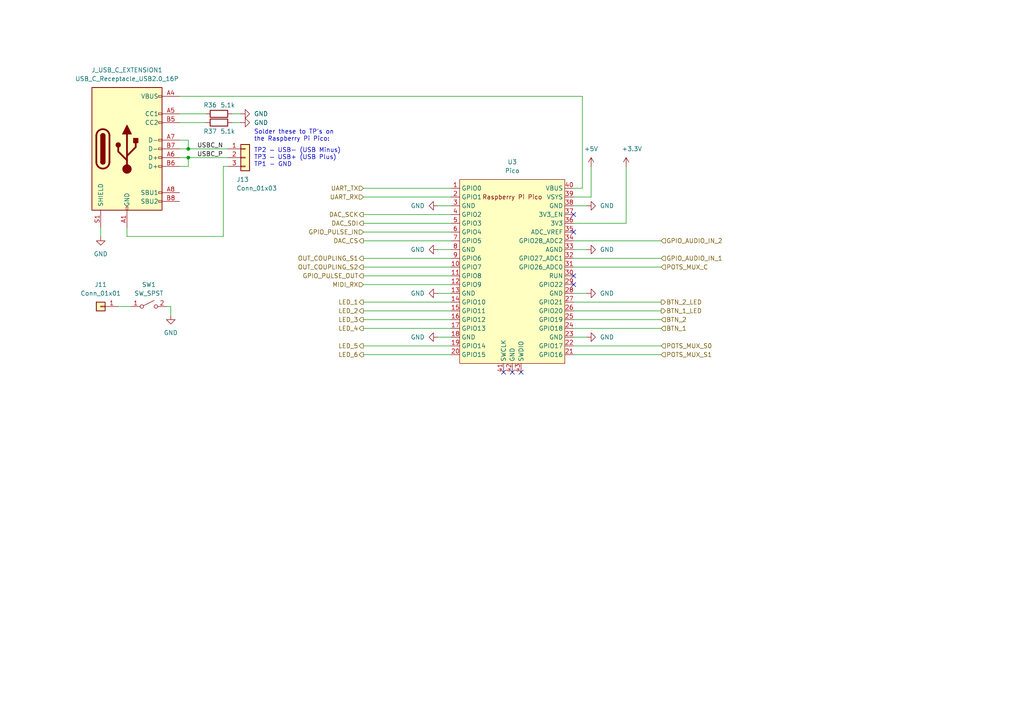
<source format=kicad_sch>
(kicad_sch (version 20250114) (generator "eeschema") (generator_version "9.0")
  (paper "A4")
  (lib_symbols
    (symbol "Connector:USB_C_Receptacle_USB2.0_16P" (pin_names (offset 1.016))
      (property "Reference" "J" (at 0 22.225 0))
      (property "Value" "USB_C_Receptacle_USB2.0_16P" (at 0 19.685 0))
      (symbol "USB_C_Receptacle_USB2.0_16P_0_0"
        (rectangle (start -0.254 -17.78) (end 0.254 -16.764))
        (rectangle (start 10.16 15.494) (end 9.144 14.986))
        (rectangle (start 10.16 10.414) (end 9.144 9.906))
        (rectangle (start 10.16 7.874) (end 9.144 7.366))
        (rectangle (start 10.16 2.794) (end 9.144 2.286))
        (rectangle (start 10.16 0.254) (end 9.144 -0.254))
        (rectangle (start 10.16 -2.286) (end 9.144 -2.794))
        (rectangle (start 10.16 -4.826) (end 9.144 -5.334))
        (rectangle (start 10.16 -12.446) (end 9.144 -12.954))
        (rectangle (start 10.16 -14.986) (end 9.144 -15.494))
      )
      (symbol "USB_C_Receptacle_USB2.0_16P_0_1"
        (rectangle (start -10.16 17.78) (end 10.16 -17.78) (stroke (width 0.254)) (fill (type background)))
        (polyline (pts (xy -8.89 -3.81) (xy -8.89 3.81)) (stroke (width 0.508)))
        (rectangle (start -7.62 -3.81) (end -6.35 3.81) (stroke (width 0.254)) (fill (type outline)))
        (arc (start -7.62 3.81) (mid -6.985 4.4423) (end -6.35 3.81) (stroke (width 0.254)))
        (arc (start -7.62 3.81) (mid -6.985 4.4423) (end -6.35 3.81) (stroke (width 0.254)) (fill (type outline)))
        (arc (start -8.89 3.81) (mid -6.985 5.7067) (end -5.08 3.81) (stroke (width 0.508)))
        (arc (start -5.08 -3.81) (mid -6.985 -5.7067) (end -8.89 -3.81) (stroke (width 0.508)))
        (arc (start -6.35 -3.81) (mid -6.985 -4.4423) (end -7.62 -3.81) (stroke (width 0.254)))
        (arc (start -6.35 -3.81) (mid -6.985 -4.4423) (end -7.62 -3.81) (stroke (width 0.254)) (fill (type outline)))
        (polyline (pts (xy -5.08 3.81) (xy -5.08 -3.81)) (stroke (width 0.508)))
        (circle (center -2.54 1.143) (radius 0.635) (stroke (width 0.254)) (fill (type outline)))
        (polyline (pts (xy -1.27 4.318) (xy 0 6.858) (xy 1.27 4.318) (xy -1.27 4.318)) (stroke (width 0.254)) (fill (type outline)))
        (polyline (pts (xy 0 -2.032) (xy 2.54 0.508) (xy 2.54 1.778)) (stroke (width 0.508)))
        (polyline (pts (xy 0 -3.302) (xy -2.54 -0.762) (xy -2.54 0.508)) (stroke (width 0.508)))
        (polyline (pts (xy 0 -5.842) (xy 0 4.318)) (stroke (width 0.508)))
        (circle (center 0 -5.842) (radius 1.27) (fill (type outline)))
        (rectangle (start 1.905 1.778) (end 3.175 3.048) (stroke (width 0.254)) (fill (type outline)))
      )
      (symbol "USB_C_Receptacle_USB2.0_16P_1_1"
        (pin passive line (at -7.62 -22.86 90) (length 5.08) (name "SHIELD") (number "S1"))
        (pin passive line (at 0 -22.86 90) (length 5.08) (name "GND") (number "A1"))
        (pin passive line (at 0 -22.86 90) (length 5.08) (hide yes) (name "GND") (number "A12"))
        (pin passive line (at 0 -22.86 90) (length 5.08) (hide yes) (name "GND") (number "B1"))
        (pin passive line (at 0 -22.86 90) (length 5.08) (hide yes) (name "GND") (number "B12"))
        (pin passive line (at 15.24 15.24 180) (length 5.08) (name "VBUS") (number "A4"))
        (pin passive line (at 15.24 15.24 180) (length 5.08) (hide yes) (name "VBUS") (number "A9"))
        (pin passive line (at 15.24 15.24 180) (length 5.08) (hide yes) (name "VBUS") (number "B4"))
        (pin passive line (at 15.24 15.24 180) (length 5.08) (hide yes) (name "VBUS") (number "B9"))
        (pin bidirectional line (at 15.24 10.16 180) (length 5.08) (name "CC1") (number "A5"))
        (pin bidirectional line (at 15.24 7.62 180) (length 5.08) (name "CC2") (number "B5"))
        (pin bidirectional line (at 15.24 2.54 180) (length 5.08) (name "D-") (number "A7"))
        (pin bidirectional line (at 15.24 0 180) (length 5.08) (name "D-") (number "B7"))
        (pin bidirectional line (at 15.24 -2.54 180) (length 5.08) (name "D+") (number "A6"))
        (pin bidirectional line (at 15.24 -5.08 180) (length 5.08) (name "D+") (number "B6"))
        (pin bidirectional line (at 15.24 -12.7 180) (length 5.08) (name "SBU1") (number "A8"))
        (pin bidirectional line (at 15.24 -15.24 180) (length 5.08) (name "SBU2") (number "B8"))
      )
    )
    (symbol "Connector_Generic:Conn_01x01" (pin_names (offset 1.016) (hide yes))
      (property "Reference" "J" (at 0 2.54 0))
      (property "Value" "Conn_01x01" (at 0 -2.54 0))
      (symbol "Conn_01x01_1_1"
        (rectangle (start -1.27 1.27) (end 1.27 -1.27) (stroke (width 0.254)) (fill (type background)))
        (rectangle (start -1.27 0.127) (end 0 -0.127) (stroke (width 0.1524)))
        (pin passive line (at -5.08 0 0) (length 3.81) (name "Pin_1") (number "1"))
      )
    )
    (symbol "Connector_Generic:Conn_01x03" (pin_names (offset 1.016) (hide yes))
      (property "Reference" "J" (at 0 5.08 0))
      (property "Value" "Conn_01x03" (at 0 -5.08 0))
      (symbol "Conn_01x03_1_1"
        (rectangle (start -1.27 3.81) (end 1.27 -3.81) (stroke (width 0.254)) (fill (type background)))
        (rectangle (start -1.27 2.667) (end 0 2.413) (stroke (width 0.1524)))
        (rectangle (start -1.27 0.127) (end 0 -0.127) (stroke (width 0.1524)))
        (rectangle (start -1.27 -2.413) (end 0 -2.667) (stroke (width 0.1524)))
        (pin passive line (at -5.08 2.54 0) (length 3.81) (name "Pin_1") (number "1"))
        (pin passive line (at -5.08 0 0) (length 3.81) (name "Pin_2") (number "2"))
        (pin passive line (at -5.08 -2.54 0) (length 3.81) (name "Pin_3") (number "3"))
      )
    )
    (symbol "Device:R" (pin_numbers (hide yes)) (pin_names (offset 0))
      (property "Reference" "R" (at 2.032 0 90))
      (property "Value" "R" (at 0 0 90))
      (symbol "R_0_1"
        (rectangle (start -1.016 -2.54) (end 1.016 2.54) (stroke (width 0.254)))
      )
      (symbol "R_1_1"
        (pin passive line (at 0 3.81 270) (length 1.27) (name "~") (number "1"))
        (pin passive line (at 0 -3.81 90) (length 1.27) (name "~") (number "2"))
      )
    )
    (symbol "MCU_RaspberryPi_and_Boards:Pico"
      (property "Reference" "U" (at -13.97 27.94 0))
      (property "Value" "Pico" (at 0 19.05 0))
      (symbol "Pico_0_0"
        (text "Raspberry Pi Pico" (at 0 21.59 0) (effects (font (size 1.27 1.27))))
      )
      (symbol "Pico_0_1"
        (rectangle (start -15.24 26.67) (end 15.24 -26.67) (fill (type background)))
      )
      (symbol "Pico_1_1"
        (pin bidirectional line (at -17.78 24.13 0) (length 2.54) (name "GPIO0") (number "1"))
        (pin bidirectional line (at -17.78 21.59 0) (length 2.54) (name "GPIO1") (number "2"))
        (pin power_in line (at -17.78 19.05 0) (length 2.54) (name "GND") (number "3"))
        (pin bidirectional line (at -17.78 16.51 0) (length 2.54) (name "GPIO2") (number "4"))
        (pin bidirectional line (at -17.78 13.97 0) (length 2.54) (name "GPIO3") (number "5"))
        (pin bidirectional line (at -17.78 11.43 0) (length 2.54) (name "GPIO4") (number "6"))
        (pin bidirectional line (at -17.78 8.89 0) (length 2.54) (name "GPIO5") (number "7"))
        (pin power_in line (at -17.78 6.35 0) (length 2.54) (name "GND") (number "8"))
        (pin bidirectional line (at -17.78 3.81 0) (length 2.54) (name "GPIO6") (number "9"))
        (pin bidirectional line (at -17.78 1.27 0) (length 2.54) (name "GPIO7") (number "10"))
        (pin bidirectional line (at -17.78 -1.27 0) (length 2.54) (name "GPIO8") (number "11"))
        (pin bidirectional line (at -17.78 -3.81 0) (length 2.54) (name "GPIO9") (number "12"))
        (pin power_in line (at -17.78 -6.35 0) (length 2.54) (name "GND") (number "13"))
        (pin bidirectional line (at -17.78 -8.89 0) (length 2.54) (name "GPIO10") (number "14"))
        (pin bidirectional line (at -17.78 -11.43 0) (length 2.54) (name "GPIO11") (number "15"))
        (pin bidirectional line (at -17.78 -13.97 0) (length 2.54) (name "GPIO12") (number "16"))
        (pin bidirectional line (at -17.78 -16.51 0) (length 2.54) (name "GPIO13") (number "17"))
        (pin power_in line (at -17.78 -19.05 0) (length 2.54) (name "GND") (number "18"))
        (pin bidirectional line (at -17.78 -21.59 0) (length 2.54) (name "GPIO14") (number "19"))
        (pin bidirectional line (at -17.78 -24.13 0) (length 2.54) (name "GPIO15") (number "20"))
        (pin input line (at -2.54 -29.21 90) (length 2.54) (name "SWCLK") (number "41"))
        (pin power_in line (at 0 -29.21 90) (length 2.54) (name "GND") (number "42"))
        (pin bidirectional line (at 2.54 -29.21 90) (length 2.54) (name "SWDIO") (number "43"))
        (pin power_in line (at 17.78 24.13 180) (length 2.54) (name "VBUS") (number "40"))
        (pin power_in line (at 17.78 21.59 180) (length 2.54) (name "VSYS") (number "39"))
        (pin bidirectional line (at 17.78 19.05 180) (length 2.54) (name "GND") (number "38"))
        (pin input line (at 17.78 16.51 180) (length 2.54) (name "3V3_EN") (number "37"))
        (pin power_in line (at 17.78 13.97 180) (length 2.54) (name "3V3") (number "36"))
        (pin power_in line (at 17.78 11.43 180) (length 2.54) (name "ADC_VREF") (number "35"))
        (pin bidirectional line (at 17.78 8.89 180) (length 2.54) (name "GPIO28_ADC2") (number "34"))
        (pin power_in line (at 17.78 6.35 180) (length 2.54) (name "AGND") (number "33"))
        (pin bidirectional line (at 17.78 3.81 180) (length 2.54) (name "GPIO27_ADC1") (number "32"))
        (pin bidirectional line (at 17.78 1.27 180) (length 2.54) (name "GPIO26_ADC0") (number "31"))
        (pin input line (at 17.78 -1.27 180) (length 2.54) (name "RUN") (number "30"))
        (pin bidirectional line (at 17.78 -3.81 180) (length 2.54) (name "GPIO22") (number "29"))
        (pin power_in line (at 17.78 -6.35 180) (length 2.54) (name "GND") (number "28"))
        (pin bidirectional line (at 17.78 -8.89 180) (length 2.54) (name "GPIO21") (number "27"))
        (pin bidirectional line (at 17.78 -11.43 180) (length 2.54) (name "GPIO20") (number "26"))
        (pin bidirectional line (at 17.78 -13.97 180) (length 2.54) (name "GPIO19") (number "25"))
        (pin bidirectional line (at 17.78 -16.51 180) (length 2.54) (name "GPIO18") (number "24"))
        (pin power_in line (at 17.78 -19.05 180) (length 2.54) (name "GND") (number "23"))
        (pin bidirectional line (at 17.78 -21.59 180) (length 2.54) (name "GPIO17") (number "22"))
        (pin bidirectional line (at 17.78 -24.13 180) (length 2.54) (name "GPIO16") (number "21"))
      )
    )
    (symbol "Switch:SW_SPST" (pin_names (offset 0) (hide yes))
      (property "Reference" "SW" (at 0 3.175 0))
      (property "Value" "SW_SPST" (at 0 -2.54 0))
      (symbol "SW_SPST_0_0"
        (circle (center -2.032 0) (radius 0.508))
        (polyline (pts (xy -1.524 0.254) (xy 1.524 1.778)))
        (circle (center 2.032 0) (radius 0.508))
      )
      (symbol "SW_SPST_1_1"
        (pin passive line (at -5.08 0 0) (length 2.54) (name "A") (number "1"))
        (pin passive line (at 5.08 0 180) (length 2.54) (name "B") (number "2"))
      )
    )
    (symbol "power:+3.3V" (power) (pin_numbers (hide yes)) (pin_names (offset 0) (hide yes))
      (property "Value" "+3.3V" (at 0 3.556 0))
      (symbol "+3.3V_0_1"
        (polyline (pts (xy -0.762 1.27) (xy 0 2.54)))
        (polyline (pts (xy 0 2.54) (xy 0.762 1.27)))
        (polyline (pts (xy 0 0) (xy 0 2.54)))
      )
      (symbol "+3.3V_1_1"
        (pin power_in line (at 0 0 90) (length 0) (name "~") (number "1"))
      )
    )
    (symbol "power:+5V" (power) (pin_numbers (hide yes)) (pin_names (offset 0) (hide yes))
      (property "Value" "+5V" (at 0 3.556 0))
      (symbol "+5V_0_1"
        (polyline (pts (xy -0.762 1.27) (xy 0 2.54)))
        (polyline (pts (xy 0 2.54) (xy 0.762 1.27)))
        (polyline (pts (xy 0 0) (xy 0 2.54)))
      )
      (symbol "+5V_1_1"
        (pin power_in line (at 0 0 90) (length 0) (name "~") (number "1"))
      )
    )
    (symbol "power:GND" (power) (pin_numbers (hide yes)) (pin_names (offset 0) (hide yes))
      (property "Value" "GND" (at 0 -3.81 0))
      (symbol "GND_0_1"
        (polyline (pts (xy 0 0) (xy 0 -1.27) (xy 1.27 -1.27) (xy 0 -2.54) (xy -1.27 -1.27) (xy 0 -1.27)))
      )
      (symbol "GND_1_1"
        (pin power_in line (at 0 0 270) (length 0) (name "~") (number "1"))
      )
    )
  )
  (text "TP2 — USB- (USB Minus)\nTP3 — USB+ (USB Plus)\nTP1 - GND" (at 73.66 45.72 0) (effects (font (size 1.27 1.27)) (justify left)))
  (text "Solder these to TP's on \nthe Raspberry Pi Pico:" (at 73.66 39.37 0) (effects (font (size 1.27 1.27)) (justify left)))
  (junction (at 54.61 43.18))
  (junction (at 54.61 45.72))
  (no_connect (at 166.37 67.31))
  (no_connect (at 148.59 107.95))
  (no_connect (at 166.37 62.23))
  (no_connect (at 166.37 82.55))
  (no_connect (at 166.37 80.01))
  (no_connect (at 151.13 107.95))
  (no_connect (at 146.05 107.95))
  (wire (pts (xy 166.37 74.93) (xy 191.77 74.93)))
  (wire (pts (xy 105.41 100.33) (xy 130.81 100.33)))
  (wire (pts (xy 170.18 97.79) (xy 166.37 97.79)))
  (wire (pts (xy 105.41 62.23) (xy 130.81 62.23)))
  (wire (pts (xy 52.07 43.18) (xy 54.61 43.18)))
  (wire (pts (xy 191.77 95.25) (xy 166.37 95.25)))
  (wire (pts (xy 105.41 82.55) (xy 130.81 82.55)))
  (wire (pts (xy 168.91 54.61) (xy 168.91 27.94)))
  (wire (pts (xy 105.41 92.71) (xy 130.81 92.71)))
  (wire (pts (xy 105.41 74.93) (xy 130.81 74.93)))
  (wire (pts (xy 105.41 95.25) (xy 130.81 95.25)))
  (wire (pts (xy 52.07 27.94) (xy 168.91 27.94)))
  (wire (pts (xy 36.83 68.58) (xy 64.77 68.58)))
  (wire (pts (xy 171.45 57.15) (xy 166.37 57.15)))
  (wire (pts (xy 105.41 102.87) (xy 130.81 102.87)))
  (wire (pts (xy 191.77 100.33) (xy 166.37 100.33)))
  (wire (pts (xy 170.18 59.69) (xy 166.37 59.69)))
  (wire (pts (xy 105.41 87.63) (xy 130.81 87.63)))
  (wire (pts (xy 105.41 69.85) (xy 130.81 69.85)))
  (wire (pts (xy 170.18 72.39) (xy 166.37 72.39)))
  (wire (pts (xy 191.77 77.47) (xy 166.37 77.47)))
  (wire (pts (xy 105.41 57.15) (xy 130.81 57.15)))
  (wire (pts (xy 191.77 69.85) (xy 166.37 69.85)))
  (wire (pts (xy 105.41 64.77) (xy 130.81 64.77)))
  (wire (pts (xy 171.45 48.26) (xy 171.45 57.15)))
  (wire (pts (xy 54.61 48.26) (xy 52.07 48.26)))
  (wire (pts (xy 105.41 90.17) (xy 130.81 90.17)))
  (wire (pts (xy 105.41 67.31) (xy 130.81 67.31)))
  (wire (pts (xy 127 72.39) (xy 130.81 72.39)))
  (wire (pts (xy 36.83 66.04) (xy 36.83 68.58)))
  (wire (pts (xy 52.07 45.72) (xy 54.61 45.72)))
  (wire (pts (xy 181.61 64.77) (xy 166.37 64.77)))
  (wire (pts (xy 54.61 40.64) (xy 52.07 40.64)))
  (wire (pts (xy 127 85.09) (xy 130.81 85.09)))
  (wire (pts (xy 127 59.69) (xy 130.81 59.69)))
  (wire (pts (xy 49.53 88.9) (xy 49.53 91.44)))
  (wire (pts (xy 29.21 68.58) (xy 29.21 66.04)))
  (wire (pts (xy 69.85 33.02) (xy 67.31 33.02)))
  (wire (pts (xy 52.07 33.02) (xy 59.69 33.02)))
  (wire (pts (xy 69.85 35.56) (xy 67.31 35.56)))
  (wire (pts (xy 48.26 88.9) (xy 49.53 88.9)))
  (wire (pts (xy 54.61 45.72) (xy 54.61 48.26)))
  (wire (pts (xy 181.61 48.26) (xy 181.61 64.77)))
  (wire (pts (xy 170.18 85.09) (xy 166.37 85.09)))
  (wire (pts (xy 127 97.79) (xy 130.81 97.79)))
  (wire (pts (xy 64.77 68.58) (xy 64.77 48.26)))
  (wire (pts (xy 105.41 54.61) (xy 130.81 54.61)))
  (wire (pts (xy 105.41 77.47) (xy 130.81 77.47)))
  (wire (pts (xy 54.61 40.64) (xy 54.61 43.18)))
  (wire (pts (xy 105.41 80.01) (xy 130.81 80.01)))
  (wire (pts (xy 166.37 92.71) (xy 191.77 92.71)))
  (wire (pts (xy 38.1 88.9) (xy 34.29 88.9)))
  (wire (pts (xy 166.37 54.61) (xy 168.91 54.61)))
  (wire (pts (xy 64.77 48.26) (xy 66.04 48.26)))
  (wire (pts (xy 191.77 102.87) (xy 166.37 102.87)))
  (wire (pts (xy 166.37 87.63) (xy 191.77 87.63)))
  (wire (pts (xy 52.07 35.56) (xy 59.69 35.56)))
  (wire (pts (xy 166.37 90.17) (xy 191.77 90.17)))
  (wire (pts (xy 54.61 43.18) (xy 66.04 43.18)))
  (wire (pts (xy 66.04 45.72) (xy 54.61 45.72)))
  (label "USBC_N" (at 57.15 43.18 0))
  (label "USBC_P" (at 57.15 45.72 0))
  (hierarchical_label "OUT_COUPLING_S1" (shape output) (at 105.41 74.93 180))
  (hierarchical_label "POTS_MUX_C" (shape input) (at 191.77 77.47 0))
  (hierarchical_label "DAC_SCK" (shape output) (at 105.41 62.23 180))
  (hierarchical_label "BTN_2_LED" (shape output) (at 191.77 87.63 0))
  (hierarchical_label "LED_2" (shape output) (at 105.41 90.17 180))
  (hierarchical_label "LED_6" (shape output) (at 105.41 102.87 180))
  (hierarchical_label "BTN_1" (shape input) (at 191.77 95.25 0))
  (hierarchical_label "BTN_2" (shape input) (at 191.77 92.71 0))
  (hierarchical_label "DAC_SDI" (shape output) (at 105.41 64.77 180))
  (hierarchical_label "LED_1" (shape output) (at 105.41 87.63 180))
  (hierarchical_label "LED_3" (shape output) (at 105.41 92.71 180))
  (hierarchical_label "POTS_MUX_S1" (shape input) (at 191.77 102.87 0))
  (hierarchical_label "GPIO_PULSE_OUT" (shape output) (at 105.41 80.01 180))
  (hierarchical_label "GPIO_AUDIO_IN_2" (shape input) (at 191.77 69.85 0))
  (hierarchical_label "UART_RX" (shape input) (at 105.41 57.15 180))
  (hierarchical_label "GPIO_PULSE_IN" (shape input) (at 105.41 67.31 180))
  (hierarchical_label "OUT_COUPLING_S2" (shape output) (at 105.41 77.47 180))
  (hierarchical_label "LED_5" (shape output) (at 105.41 100.33 180))
  (hierarchical_label "UART_TX" (shape input) (at 105.41 54.61 180))
  (hierarchical_label "BTN_1_LED" (shape output) (at 191.77 90.17 0))
  (hierarchical_label "GPIO_AUDIO_IN_1" (shape input) (at 191.77 74.93 0))
  (hierarchical_label "DAC_CS" (shape output) (at 105.41 69.85 180))
  (hierarchical_label "LED_4" (shape output) (at 105.41 95.25 180))
  (hierarchical_label "MIDI_RX" (shape input) (at 105.41 82.55 180))
  (hierarchical_label "POTS_MUX_S0" (shape input) (at 191.77 100.33 0))
  (symbol (lib_id "power:GND") (at 127 85.09 270) (unit 1)
    (property "Reference" "#PWR030" (effects (hide yes)))
    (property "Value" "GND" (at 123.19 85.0899 90) (effects (justify right)))
    (property "Description" "Power symbol creates a global label with name \"GND\" , ground" (effects (hide yes)))
  )
  (symbol (lib_id "power:GND") (at 127 97.79 270) (unit 1)
    (property "Reference" "#PWR031" (effects (hide yes)))
    (property "Value" "GND" (at 123.19 97.7899 90) (effects (justify right)))
    (property "Description" "Power symbol creates a global label with name \"GND\" , ground" (effects (hide yes)))
  )
  (symbol (lib_id "power:GND") (at 170.18 72.39 90) (unit 1)
    (property "Reference" "#PWR01" (effects (hide yes)))
    (property "Value" "GND" (at 173.99 72.3899 90) (effects (justify right)))
    (property "Description" "Power symbol creates a global label with name \"GND\" , ground" (effects (hide yes)))
  )
  (symbol (lib_id "power:GND") (at 170.18 59.69 90) (unit 1)
    (property "Reference" "#PWR033" (effects (hide yes)))
    (property "Value" "GND" (at 173.99 59.6899 90) (effects (justify right)))
    (property "Description" "Power symbol creates a global label with name \"GND\" , ground" (effects (hide yes)))
  )
  (symbol (lib_id "power:GND") (at 127 59.69 270) (unit 1)
    (property "Reference" "#PWR028" (effects (hide yes)))
    (property "Value" "GND" (at 123.19 59.6899 90) (effects (justify right)))
    (property "Description" "Power symbol creates a global label with name \"GND\" , ground" (effects (hide yes)))
  )
  (symbol (lib_id "power:GND") (at 127 72.39 270) (unit 1)
    (property "Reference" "#PWR029" (effects (hide yes)))
    (property "Value" "GND" (at 123.19 72.3899 90) (effects (justify right)))
    (property "Description" "Power symbol creates a global label with name \"GND\" , ground" (effects (hide yes)))
  )
  (symbol (lib_id "Switch:SW_SPST") (at 43.18 88.9 0) (unit 1)
    (property "Reference" "SW1" (at 43.18 82.55 0))
    (property "Value" "SW_SPST" (at 43.18 85.09 0))
    (property "Footprint" "Button_Switch_THT:SW_Tactile_SKHH_Angled" (effects (hide yes)))
    (property "Description" "Single Pole Single Throw (SPST) switch" (effects (hide yes)))
    (property "Part URL" "https://www.hestore.hu/prod_10028126.html" (effects (hide yes)))
  )
  (symbol (lib_id "Connector_Generic:Conn_01x03") (at 71.12 45.72 0) (unit 1)
    (property "Reference" "J13" (at 68.58 52.07 0) (effects (justify left)))
    (property "Value" "Conn_01x03" (at 68.58 54.61 0) (effects (justify left)))
    (property "Footprint" "Connector_PinHeader_2.54mm:PinHeader_1x03_P2.54mm_Vertical" (effects (hide yes)))
    (property "Description" "Generic connector, single row, 01x03, script generated (kicad-library-utils/schlib/autogen/connector/)" (effects (hide yes)))
  )
  (symbol (lib_id "power:GND") (at 49.53 91.44 0) (unit 1)
    (property "Reference" "#PWR064" (effects (hide yes)))
    (property "Value" "GND" (at 49.53 96.52 0))
    (property "Description" "Power symbol creates a global label with name \"GND\" , ground" (effects (hide yes)))
  )
  (symbol (lib_id "Connector:USB_C_Receptacle_USB2.0_16P") (at 36.83 43.18 0) (unit 1)
    (property "Reference" "J_USB_C_EXTENSION1" (at 36.83 20.32 0))
    (property "Value" "USB_C_Receptacle_USB2.0_16P" (at 36.83 22.86 0))
    (property "Footprint" "Connector_USB:USB_C_Receptacle_HRO_TYPE-C-31-M-12" (effects (hide yes)))
    (property "Datasheet" "https://www.usb.org/sites/default/files/documents/usb_type-c.zip" (effects (hide yes)))
    (property "Description" "USB 2.0-only 16P Type-C Receptacle connector" (effects (hide yes)))
    (property "LCSC" "C165948" (effects (hide yes)))
  )
  (symbol (lib_id "MCU_RaspberryPi_and_Boards:Pico") (at 148.59 78.74 0) (unit 1)
    (property "Reference" "U3" (at 148.59 46.99 0))
    (property "Value" "Pico" (at 148.59 49.53 0))
    (property "Footprint" "Module:RaspberryPi_Pico_Common_Unspecified" (effects (hide yes)))
  )
  (symbol (lib_id "power:GND") (at 170.18 85.09 90) (unit 1)
    (property "Reference" "#PWR035" (effects (hide yes)))
    (property "Value" "GND" (at 173.99 85.0899 90) (effects (justify right)))
    (property "Description" "Power symbol creates a global label with name \"GND\" , ground" (effects (hide yes)))
  )
  (symbol (lib_id "Device:R") (at 63.5 33.02 90) (mirror x) (unit 1)
    (property "Reference" "R36" (at 60.96 30.48 90))
    (property "Value" "5.1k" (at 66.04 30.48 90))
    (property "Footprint" "Resistor_SMD:R_0603_1608Metric" (effects (hide yes)))
    (property "Vendor" "JLCPCB" (effects (hide yes)))
  )
  (symbol (lib_id "power:+5V") (at 171.45 48.26 0) (unit 1)
    (property "Reference" "#PWR037" (effects (hide yes)))
    (property "Value" "+5V" (at 171.45 43.18 0))
    (property "Description" "Power symbol creates a global label with name \"+5V\"" (effects (hide yes)))
  )
  (symbol (lib_id "power:+3.3V") (at 181.61 48.26 0) (unit 1)
    (property "Reference" "#PWR038" (effects (hide yes)))
    (property "Value" "+3.3V" (at 180.34 43.18 0) (effects (justify left)))
    (property "Description" "Power symbol creates a global label with name \"+3.3V\"" (effects (hide yes)))
  )
  (symbol (lib_id "Device:R") (at 63.5 35.56 90) (unit 1)
    (property "Reference" "R37" (at 60.96 38.1 90))
    (property "Value" "5.1k" (at 66.04 38.1 90))
    (property "Footprint" "Resistor_SMD:R_0603_1608Metric" (effects (hide yes)))
    (property "Vendor" "JLCPCB" (effects (hide yes)))
  )
  (symbol (lib_id "power:GND") (at 69.85 35.56 90) (unit 1)
    (property "Reference" "#PWR075" (effects (hide yes)))
    (property "Value" "GND" (at 73.66 35.5599 90) (effects (justify right)))
    (property "Description" "Power symbol creates a global label with name \"GND\" , ground" (effects (hide yes)))
  )
  (symbol (lib_id "Connector_Generic:Conn_01x01") (at 29.21 88.9 180) (unit 1)
    (property "Reference" "J11" (at 29.21 82.55 0))
    (property "Value" "Conn_01x01" (at 29.21 85.09 0))
    (property "Footprint" "Connector_PinHeader_2.54mm:PinHeader_1x01_P2.54mm_Vertical" (effects (hide yes)))
    (property "Description" "Generic connector, single row, 01x01, script generated (kicad-library-utils/schlib/autogen/connector/)" (effects (hide yes)))
  )
  (symbol (lib_id "power:GND") (at 69.85 33.02 90) (unit 1)
    (property "Reference" "#PWR069" (effects (hide yes)))
    (property "Value" "GND" (at 73.66 33.0199 90) (effects (justify right)))
    (property "Description" "Power symbol creates a global label with name \"GND\" , ground" (effects (hide yes)))
  )
  (symbol (lib_id "power:GND") (at 29.21 68.58 0) (unit 1)
    (property "Reference" "#PWR071" (effects (hide yes)))
    (property "Value" "GND" (at 29.21 73.66 0))
    (property "Description" "Power symbol creates a global label with name \"GND\" , ground" (effects (hide yes)))
  )
  (symbol (lib_id "power:GND") (at 170.18 97.79 90) (unit 1)
    (property "Reference" "#PWR036" (effects (hide yes)))
    (property "Value" "GND" (at 173.99 97.7899 90) (effects (justify right)))
    (property "Description" "Power symbol creates a global label with name \"GND\" , ground" (effects (hide yes)))
  )
)
</source>
